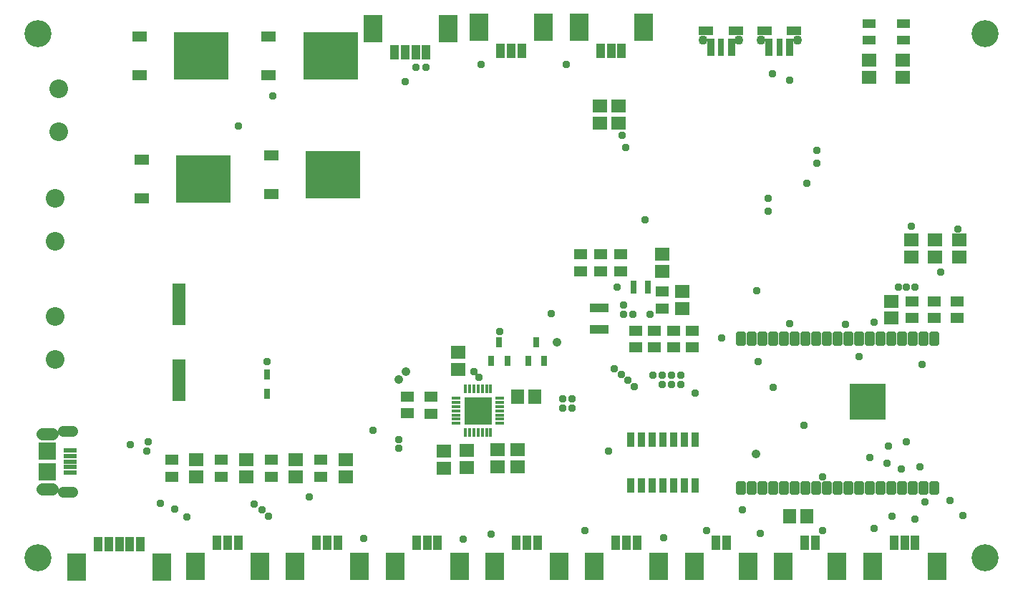
<source format=gbr>
G04 EAGLE Gerber X2 export*
%TF.Part,Single*%
%TF.FileFunction,Soldermask,Top,1*%
%TF.FilePolarity,Negative*%
%TF.GenerationSoftware,Autodesk,EAGLE,8.6.1*%
%TF.CreationDate,2020-03-17T08:17:51Z*%
G75*
%MOMM*%
%FSLAX34Y34*%
%LPD*%
%AMOC8*
5,1,8,0,0,1.08239X$1,22.5*%
G01*
%ADD10C,3.203200*%
%ADD11R,1.603200X1.303200*%
%ADD12R,1.803200X1.503200*%
%ADD13R,1.603200X1.103200*%
%ADD14R,1.103200X0.457200*%
%ADD15R,0.457200X1.103200*%
%ADD16R,3.303200X3.303200*%
%ADD17R,1.553200X0.603200*%
%ADD18R,2.103200X2.103200*%
%ADD19C,1.271200*%
%ADD20C,1.421200*%
%ADD21R,0.703200X1.278200*%
%ADD22R,0.803200X1.303200*%
%ADD23R,1.503200X1.803200*%
%ADD24R,0.953200X2.003200*%
%ADD25R,0.803200X2.003200*%
%ADD26R,1.703200X1.103200*%
%ADD27C,1.103200*%
%ADD28C,0.566600*%
%ADD29R,4.203200X4.203200*%
%ADD30R,1.503200X4.953200*%
%ADD31R,1.003200X1.803200*%
%ADD32R,2.303200X3.203200*%
%ADD33C,2.203200*%
%ADD34R,6.403200X5.603200*%
%ADD35R,1.803200X1.203200*%
%ADD36R,0.853200X1.753200*%
%ADD37R,0.678200X0.503200*%
%ADD38R,2.203200X1.053200*%
%ADD39C,0.959600*%
%ADD40C,1.059600*%


D10*
X40000Y40000D03*
X40000Y660000D03*
X1160000Y660000D03*
X1160000Y40000D03*
D11*
X778100Y355000D03*
X778100Y335000D03*
X705500Y379125D03*
X705500Y399125D03*
X791667Y309000D03*
X791667Y289000D03*
D12*
X802400Y335000D03*
X802400Y355000D03*
X777981Y379125D03*
X777981Y399125D03*
D13*
X1063300Y671450D03*
X1063300Y652450D03*
D12*
X1062900Y608700D03*
X1062900Y628700D03*
D14*
X534600Y229100D03*
X534600Y224100D03*
X534600Y219100D03*
X534600Y214100D03*
X534600Y209100D03*
X534600Y204100D03*
X534600Y199100D03*
D15*
X545500Y188200D03*
X550500Y188200D03*
X555500Y188200D03*
X560500Y188200D03*
X565500Y188200D03*
X570500Y188200D03*
X575500Y188200D03*
D14*
X586400Y199100D03*
X586400Y204100D03*
X586400Y209100D03*
X586400Y214100D03*
X586400Y219100D03*
X586400Y224100D03*
X586400Y229100D03*
D15*
X575500Y240000D03*
X570500Y240000D03*
X565500Y240000D03*
X560500Y240000D03*
X555500Y240000D03*
X550500Y240000D03*
X545500Y240000D03*
D16*
X560500Y214100D03*
D11*
X504900Y210400D03*
X504900Y230400D03*
X476900Y210900D03*
X476900Y230900D03*
D12*
X520100Y146400D03*
X520100Y166400D03*
X547033Y147200D03*
X547033Y167200D03*
X583967Y148000D03*
X583967Y168000D03*
X606900Y167900D03*
X606900Y147900D03*
D17*
X78050Y141100D03*
D18*
X51300Y166100D03*
X51300Y142100D03*
D17*
X78050Y167100D03*
X78050Y160600D03*
X78050Y154100D03*
X78050Y147600D03*
D19*
X80640Y190250D02*
X69960Y190250D01*
X69960Y117950D02*
X80640Y117950D01*
D20*
X57390Y121550D02*
X45210Y121550D01*
X45210Y186650D02*
X57390Y186650D01*
D21*
X311100Y233780D03*
X311100Y257020D03*
D13*
X1023000Y671450D03*
X1023000Y652450D03*
D12*
X1023000Y608700D03*
X1023000Y628700D03*
D11*
X1127300Y323750D03*
X1127300Y343750D03*
X1100456Y323750D03*
X1100456Y343750D03*
X1073613Y323750D03*
X1073613Y343750D03*
D12*
X1049019Y343750D03*
X1049019Y323750D03*
D22*
X576100Y273000D03*
X595100Y273000D03*
X585600Y295000D03*
X619600Y272800D03*
X638600Y272800D03*
X629100Y294800D03*
D12*
X537000Y283200D03*
X537000Y263200D03*
D23*
X627400Y231000D03*
X607400Y231000D03*
D24*
X904550Y643700D03*
D25*
X916800Y643700D03*
D24*
X929050Y643700D03*
D26*
X934300Y663200D03*
X899300Y663200D03*
D27*
X895550Y652700D03*
X938050Y652700D03*
D24*
X835650Y643700D03*
D25*
X847900Y643700D03*
D24*
X860150Y643700D03*
D26*
X865400Y663200D03*
X830400Y663200D03*
D27*
X826650Y652700D03*
X869150Y652700D03*
D28*
X1096767Y304833D02*
X1096767Y293967D01*
X1096767Y304833D02*
X1102433Y304833D01*
X1102433Y293967D01*
X1096767Y293967D01*
X1096767Y299632D02*
X1102433Y299632D01*
X1084067Y304833D02*
X1084067Y293967D01*
X1084067Y304833D02*
X1089733Y304833D01*
X1089733Y293967D01*
X1084067Y293967D01*
X1084067Y299632D02*
X1089733Y299632D01*
X1071367Y304833D02*
X1071367Y293967D01*
X1071367Y304833D02*
X1077033Y304833D01*
X1077033Y293967D01*
X1071367Y293967D01*
X1071367Y299632D02*
X1077033Y299632D01*
X1058667Y304833D02*
X1058667Y293967D01*
X1058667Y304833D02*
X1064333Y304833D01*
X1064333Y293967D01*
X1058667Y293967D01*
X1058667Y299632D02*
X1064333Y299632D01*
X1045967Y304833D02*
X1045967Y293967D01*
X1045967Y304833D02*
X1051633Y304833D01*
X1051633Y293967D01*
X1045967Y293967D01*
X1045967Y299632D02*
X1051633Y299632D01*
X1033267Y304833D02*
X1033267Y293967D01*
X1033267Y304833D02*
X1038933Y304833D01*
X1038933Y293967D01*
X1033267Y293967D01*
X1033267Y299632D02*
X1038933Y299632D01*
X1020567Y304833D02*
X1020567Y293967D01*
X1020567Y304833D02*
X1026233Y304833D01*
X1026233Y293967D01*
X1020567Y293967D01*
X1020567Y299632D02*
X1026233Y299632D01*
X1007867Y304833D02*
X1007867Y293967D01*
X1007867Y304833D02*
X1013533Y304833D01*
X1013533Y293967D01*
X1007867Y293967D01*
X1007867Y299632D02*
X1013533Y299632D01*
X995167Y304833D02*
X995167Y293967D01*
X995167Y304833D02*
X1000833Y304833D01*
X1000833Y293967D01*
X995167Y293967D01*
X995167Y299632D02*
X1000833Y299632D01*
X982467Y304833D02*
X982467Y293967D01*
X982467Y304833D02*
X988133Y304833D01*
X988133Y293967D01*
X982467Y293967D01*
X982467Y299632D02*
X988133Y299632D01*
X969767Y304833D02*
X969767Y293967D01*
X969767Y304833D02*
X975433Y304833D01*
X975433Y293967D01*
X969767Y293967D01*
X969767Y299632D02*
X975433Y299632D01*
X957067Y304833D02*
X957067Y293967D01*
X957067Y304833D02*
X962733Y304833D01*
X962733Y293967D01*
X957067Y293967D01*
X957067Y299632D02*
X962733Y299632D01*
X944367Y304833D02*
X944367Y293967D01*
X944367Y304833D02*
X950033Y304833D01*
X950033Y293967D01*
X944367Y293967D01*
X944367Y299632D02*
X950033Y299632D01*
X931667Y304833D02*
X931667Y293967D01*
X931667Y304833D02*
X937333Y304833D01*
X937333Y293967D01*
X931667Y293967D01*
X931667Y299632D02*
X937333Y299632D01*
X918967Y304833D02*
X918967Y293967D01*
X918967Y304833D02*
X924633Y304833D01*
X924633Y293967D01*
X918967Y293967D01*
X918967Y299632D02*
X924633Y299632D01*
X906267Y304833D02*
X906267Y293967D01*
X906267Y304833D02*
X911933Y304833D01*
X911933Y293967D01*
X906267Y293967D01*
X906267Y299632D02*
X911933Y299632D01*
X893567Y304833D02*
X893567Y293967D01*
X893567Y304833D02*
X899233Y304833D01*
X899233Y293967D01*
X893567Y293967D01*
X893567Y299632D02*
X899233Y299632D01*
X880867Y304833D02*
X880867Y293967D01*
X880867Y304833D02*
X886533Y304833D01*
X886533Y293967D01*
X880867Y293967D01*
X880867Y299632D02*
X886533Y299632D01*
X868167Y304833D02*
X868167Y293967D01*
X868167Y304833D02*
X873833Y304833D01*
X873833Y293967D01*
X868167Y293967D01*
X868167Y299632D02*
X873833Y299632D01*
X873833Y128633D02*
X873833Y117767D01*
X868167Y117767D01*
X868167Y128633D01*
X873833Y128633D01*
X873833Y123432D02*
X868167Y123432D01*
X886533Y128633D02*
X886533Y117767D01*
X880867Y117767D01*
X880867Y128633D01*
X886533Y128633D01*
X886533Y123432D02*
X880867Y123432D01*
X899233Y128633D02*
X899233Y117767D01*
X893567Y117767D01*
X893567Y128633D01*
X899233Y128633D01*
X899233Y123432D02*
X893567Y123432D01*
X911933Y128633D02*
X911933Y117767D01*
X906267Y117767D01*
X906267Y128633D01*
X911933Y128633D01*
X911933Y123432D02*
X906267Y123432D01*
X924633Y128633D02*
X924633Y117767D01*
X918967Y117767D01*
X918967Y128633D01*
X924633Y128633D01*
X924633Y123432D02*
X918967Y123432D01*
X937333Y128633D02*
X937333Y117767D01*
X931667Y117767D01*
X931667Y128633D01*
X937333Y128633D01*
X937333Y123432D02*
X931667Y123432D01*
X950033Y128633D02*
X950033Y117767D01*
X944367Y117767D01*
X944367Y128633D01*
X950033Y128633D01*
X950033Y123432D02*
X944367Y123432D01*
X962733Y128633D02*
X962733Y117767D01*
X957067Y117767D01*
X957067Y128633D01*
X962733Y128633D01*
X962733Y123432D02*
X957067Y123432D01*
X975433Y128633D02*
X975433Y117767D01*
X969767Y117767D01*
X969767Y128633D01*
X975433Y128633D01*
X975433Y123432D02*
X969767Y123432D01*
X988133Y128633D02*
X988133Y117767D01*
X982467Y117767D01*
X982467Y128633D01*
X988133Y128633D01*
X988133Y123432D02*
X982467Y123432D01*
X1000833Y128633D02*
X1000833Y117767D01*
X995167Y117767D01*
X995167Y128633D01*
X1000833Y128633D01*
X1000833Y123432D02*
X995167Y123432D01*
X1013533Y128633D02*
X1013533Y117767D01*
X1007867Y117767D01*
X1007867Y128633D01*
X1013533Y128633D01*
X1013533Y123432D02*
X1007867Y123432D01*
X1026233Y128633D02*
X1026233Y117767D01*
X1020567Y117767D01*
X1020567Y128633D01*
X1026233Y128633D01*
X1026233Y123432D02*
X1020567Y123432D01*
X1038933Y128633D02*
X1038933Y117767D01*
X1033267Y117767D01*
X1033267Y128633D01*
X1038933Y128633D01*
X1038933Y123432D02*
X1033267Y123432D01*
X1051633Y128633D02*
X1051633Y117767D01*
X1045967Y117767D01*
X1045967Y128633D01*
X1051633Y128633D01*
X1051633Y123432D02*
X1045967Y123432D01*
X1064333Y128633D02*
X1064333Y117767D01*
X1058667Y117767D01*
X1058667Y128633D01*
X1064333Y128633D01*
X1064333Y123432D02*
X1058667Y123432D01*
X1077033Y128633D02*
X1077033Y117767D01*
X1071367Y117767D01*
X1071367Y128633D01*
X1077033Y128633D01*
X1077033Y123432D02*
X1071367Y123432D01*
X1089733Y128633D02*
X1089733Y117767D01*
X1084067Y117767D01*
X1084067Y128633D01*
X1089733Y128633D01*
X1089733Y123432D02*
X1084067Y123432D01*
X1102433Y128633D02*
X1102433Y117767D01*
X1096767Y117767D01*
X1096767Y128633D01*
X1102433Y128633D01*
X1102433Y123432D02*
X1096767Y123432D01*
D29*
X1021700Y225100D03*
D30*
X206700Y250350D03*
X206700Y339850D03*
D31*
X499350Y638200D03*
X486850Y638200D03*
X474350Y638200D03*
X461850Y638200D03*
D32*
X524950Y665700D03*
X436250Y665700D03*
D31*
X251775Y58000D03*
X264275Y58000D03*
X276775Y58000D03*
D32*
X226175Y30500D03*
X302375Y30500D03*
D31*
X369750Y58000D03*
X382250Y58000D03*
X394750Y58000D03*
D32*
X344150Y30500D03*
X420350Y30500D03*
D31*
X487725Y58000D03*
X500225Y58000D03*
X512725Y58000D03*
D32*
X462125Y30500D03*
X538325Y30500D03*
D31*
X605700Y58000D03*
X618200Y58000D03*
X630700Y58000D03*
D32*
X580100Y30500D03*
X656300Y30500D03*
D31*
X723675Y58000D03*
X736175Y58000D03*
X748675Y58000D03*
D32*
X698075Y30500D03*
X774275Y30500D03*
D31*
X730400Y639800D03*
X717900Y639800D03*
X705400Y639800D03*
D32*
X756000Y667300D03*
X679800Y667300D03*
D31*
X612000Y639800D03*
X599500Y639800D03*
X587000Y639800D03*
D32*
X637600Y667300D03*
X561400Y667300D03*
D31*
X111200Y56500D03*
X123700Y56500D03*
X136200Y56500D03*
X148700Y56500D03*
X161200Y56500D03*
D32*
X85600Y29000D03*
X186800Y29000D03*
D12*
X726700Y574400D03*
X726700Y554400D03*
X704900Y574500D03*
X704900Y554500D03*
D31*
X841650Y58000D03*
X854150Y58000D03*
D32*
X816050Y30500D03*
X879750Y30500D03*
D31*
X947125Y58000D03*
X959625Y58000D03*
D32*
X921525Y30500D03*
X985225Y30500D03*
D31*
X1052600Y58000D03*
X1065100Y58000D03*
X1077600Y58000D03*
D32*
X1027000Y30500D03*
X1103200Y30500D03*
D12*
X1072629Y415900D03*
X1072629Y395900D03*
D33*
X64250Y595011D03*
X64250Y544211D03*
D12*
X1129300Y415900D03*
X1129300Y395900D03*
X1100638Y415900D03*
X1100638Y395900D03*
D33*
X59950Y465011D03*
X59950Y414211D03*
D34*
X233000Y633400D03*
D35*
X160000Y656200D03*
X160000Y610600D03*
D34*
X236000Y487800D03*
D35*
X163000Y510600D03*
X163000Y465000D03*
D34*
X386000Y633400D03*
D35*
X313000Y656200D03*
X313000Y610600D03*
D34*
X389000Y493100D03*
D35*
X316000Y515900D03*
X316000Y470300D03*
D33*
X60250Y325611D03*
X60250Y274811D03*
D23*
X949000Y89125D03*
X929000Y89125D03*
D36*
X740900Y125750D03*
X753600Y125750D03*
X766300Y125750D03*
X779000Y125750D03*
X791700Y125750D03*
X804400Y125750D03*
X817100Y125750D03*
X817100Y180250D03*
X804400Y180250D03*
X791700Y180250D03*
X779000Y180250D03*
X766300Y180250D03*
X753600Y180250D03*
X740900Y180250D03*
D11*
X374571Y135875D03*
X374571Y155875D03*
X315714Y135875D03*
X315714Y155875D03*
X256857Y135875D03*
X256857Y155875D03*
X198000Y135875D03*
X198000Y155875D03*
D12*
X345143Y135875D03*
X345143Y155875D03*
X286286Y135875D03*
X286286Y155875D03*
X227429Y135875D03*
X227429Y155875D03*
X404000Y135875D03*
X404000Y155875D03*
D37*
X744620Y365000D03*
X744620Y360000D03*
X744620Y355000D03*
X761380Y355000D03*
X761380Y360000D03*
X761380Y365000D03*
D11*
X682000Y379125D03*
X682000Y399125D03*
X814000Y309000D03*
X814000Y289000D03*
X729000Y379125D03*
X729000Y399125D03*
X747000Y309000D03*
X747000Y289000D03*
X769333Y309000D03*
X769333Y289000D03*
D38*
X704000Y335500D03*
X704000Y310500D03*
D39*
X277000Y551000D03*
X318000Y586000D03*
X894000Y69000D03*
X873000Y97000D03*
X780000Y64000D03*
X576000Y68000D03*
X543000Y62000D03*
X425000Y63000D03*
X758000Y440000D03*
X1058000Y360000D03*
X1108000Y378000D03*
X564000Y219000D03*
X767000Y256000D03*
X745000Y243000D03*
X738000Y250000D03*
X730000Y257000D03*
X722000Y264000D03*
X672000Y228000D03*
X661000Y228000D03*
X661000Y217000D03*
X672000Y217000D03*
X778000Y256000D03*
X789000Y256000D03*
X800000Y256000D03*
X778000Y245000D03*
X789000Y245000D03*
X800000Y245000D03*
X733000Y339000D03*
X733000Y328000D03*
X744000Y328000D03*
X1067000Y360000D03*
X1077000Y360000D03*
X715000Y166000D03*
X687000Y72000D03*
X474000Y603000D03*
X647000Y329000D03*
X564000Y624000D03*
X665000Y624000D03*
X904000Y450000D03*
X961000Y507000D03*
X764000Y328000D03*
X725000Y360000D03*
X149000Y174000D03*
X361000Y112000D03*
X311000Y272000D03*
X436000Y191000D03*
X467000Y180000D03*
X170446Y177554D03*
D40*
X467000Y251000D03*
D39*
X467088Y170000D03*
X168650Y166350D03*
D40*
X475000Y260000D03*
D39*
X555574Y260426D03*
X1024000Y158512D03*
X562000Y254000D03*
X1044000Y152000D03*
X586000Y308000D03*
X1046000Y172000D03*
X929000Y605000D03*
X1086000Y269000D03*
D40*
X654000Y295000D03*
X889000Y162822D03*
D39*
X909000Y613000D03*
X929000Y317000D03*
X890000Y356000D03*
X904000Y465000D03*
X961000Y522000D03*
X731000Y540000D03*
X1029000Y319000D03*
X735000Y525000D03*
X995000Y316000D03*
X499000Y620000D03*
X910000Y242000D03*
X487000Y620000D03*
X892000Y272000D03*
X817000Y235000D03*
X849000Y300000D03*
X1050500Y89500D03*
X1083000Y148000D03*
X1067000Y177000D03*
X1073000Y432000D03*
X831000Y72000D03*
X1061000Y145000D03*
X968000Y72000D03*
X968000Y136000D03*
X946000Y197000D03*
X1011000Y278000D03*
X949000Y483322D03*
X1128000Y429000D03*
X1089000Y106000D03*
X1134000Y90000D03*
X184700Y104700D03*
X296000Y104000D03*
X201500Y97500D03*
X305000Y97000D03*
X216500Y88500D03*
X313000Y89000D03*
X1119000Y108000D03*
X1029000Y75000D03*
X1077000Y86000D03*
M02*

</source>
